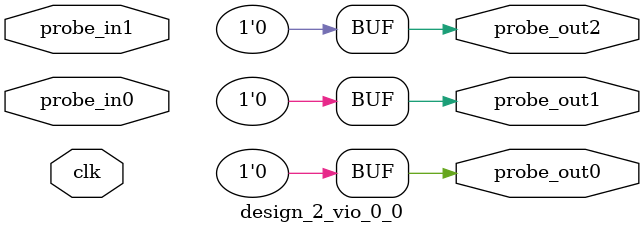
<source format=v>
`timescale 1ns / 1ps
module design_2_vio_0_0 (
clk,
probe_in0,probe_in1,
probe_out0,
probe_out1,
probe_out2
);

input clk;
input [0 : 0] probe_in0;
input [35 : 0] probe_in1;

output reg [0 : 0] probe_out0 = 'h0 ;
output reg [0 : 0] probe_out1 = 'h0 ;
output reg [0 : 0] probe_out2 = 'h0 ;


endmodule

</source>
